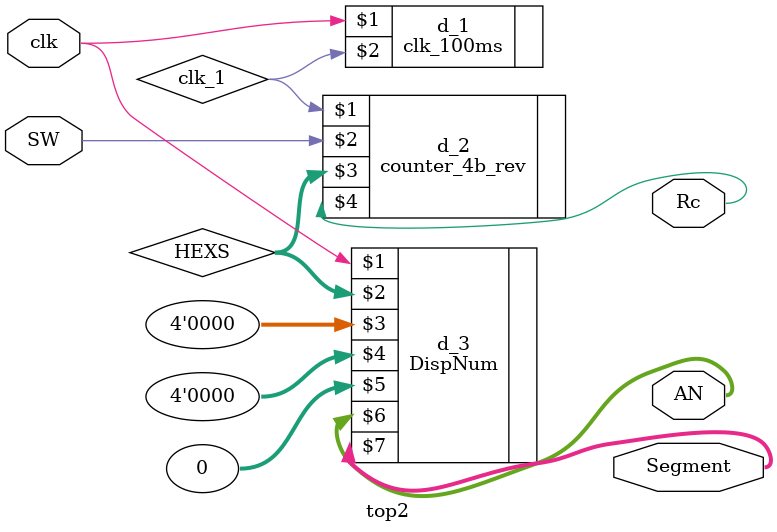
<source format=v>
module top2 (
    clk,
    SW,
    Segment,
    AN,
    Rc
);
  input wire clk,SW;
  output wire [7:0] Segment;
  output wire [3:0] AN;
  output wire Rc;
  wire[15:0] HEXS;
  wire clk_1;
  clk_100ms d_1(clk,clk_1);
  counter_4b_rev d_2(clk_1,SW,HEXS[15:0],Rc);
  DispNum d_3(clk,HEXS[15:0],4'b0000,4'b0000,0,AN,Segment);
endmodule

</source>
